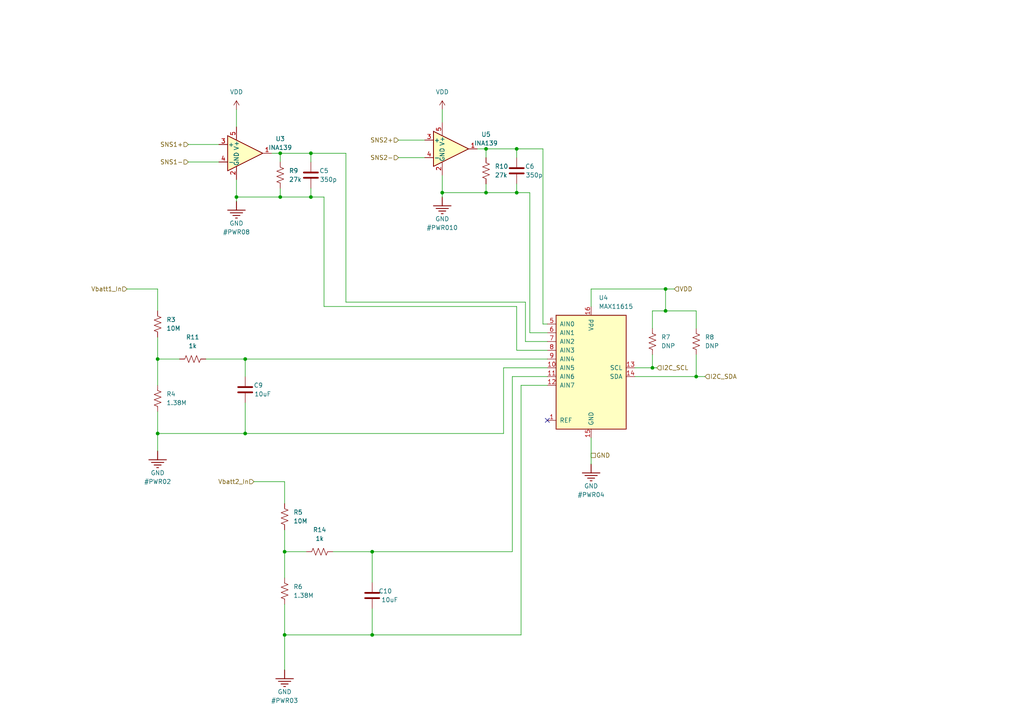
<source format=kicad_sch>
(kicad_sch (version 20230121) (generator eeschema)
  (paper "A4")
  (lib_symbols
    (symbol "Amplifier_Current:INA139" (pin_names (offset 0.127))
      (property "Reference" "U" (at 3.81 5.08 0))
      (property "Value" "INA139" (at 3.81 2.54 0))
      (symbol "INA139_0_1"
        (polyline (pts (xy -5.08 5.08) (xy 5.08 0) (xy -5.08 -5.08) (xy -5.08 5.08)) (stroke (width 0.254)) (fill (type background)))
      )
      (symbol "INA139_1_1"
        (pin output line (at 7.62 0 180) (length 2.54) (name "~") (number "1"))
        (pin power_in line (at -2.54 -7.62 90) (length 3.81) (name "GND") (number "2"))
        (pin input line (at -7.62 2.54 0) (length 2.54) (name "+") (number "3"))
        (pin input line (at -7.62 -2.54 0) (length 2.54) (name "-") (number "4"))
        (pin power_in line (at -2.54 7.62 270) (length 3.81) (name "V+") (number "5"))
      )
    )
    (symbol "Analog_ADC:MAX11615" (pin_names (offset 1.016))
      (property "Reference" "U" (at 11.43 -11.43 0))
      (property "Value" "MAX11615" (at 11.43 -13.97 0))
      (symbol "MAX11615_0_1"
        (rectangle (start -10.16 15.24) (end 10.16 -17.78) (stroke (width 0.254)) (fill (type background)))
      )
      (symbol "MAX11615_1_1"
        (pin input line (at -12.7 -15.24 0) (length 2.54) (name "REF") (number "1"))
        (pin input line (at -12.7 0 0) (length 2.54) (name "AIN5") (number "10"))
        (pin input line (at -12.7 -2.54 0) (length 2.54) (name "AIN6") (number "11"))
        (pin input line (at -12.7 -5.08 0) (length 2.54) (name "AIN7") (number "12"))
        (pin input line (at 12.7 0 180) (length 2.54) (name "SCL") (number "13"))
        (pin bidirectional line (at 12.7 -2.54 180) (length 2.54) (name "SDA") (number "14"))
        (pin power_in line (at 0 -20.32 90) (length 2.54) (name "GND") (number "15"))
        (pin power_in line (at 0 17.78 270) (length 2.54) (name "Vdd") (number "16"))
        (pin no_connect line (at -10.16 -12.7 0) (length 2.54) hide (name "NC") (number "2"))
        (pin no_connect line (at -10.16 -10.16 0) (length 2.54) hide (name "NC") (number "3"))
        (pin no_connect line (at -10.16 -7.62 0) (length 2.54) hide (name "NC") (number "4"))
        (pin input line (at -12.7 12.7 0) (length 2.54) (name "AIN0") (number "5"))
        (pin input line (at -12.7 10.16 0) (length 2.54) (name "AIN1") (number "6"))
        (pin input line (at -12.7 7.62 0) (length 2.54) (name "AIN2") (number "7"))
        (pin input line (at -12.7 5.08 0) (length 2.54) (name "AIN3") (number "8"))
        (pin input line (at -12.7 2.54 0) (length 2.54) (name "AIN4") (number "9"))
      )
    )
    (symbol "Device:C" (pin_numbers hide) (pin_names (offset 0.254))
      (property "Reference" "C" (at 0.635 2.54 0))
      (property "Value" "C" (at 0.635 -2.54 0))
      (symbol "C_0_1"
        (polyline (pts (xy -2.032 -0.762) (xy 2.032 -0.762)) (stroke (width 0.508)))
        (polyline (pts (xy -2.032 0.762) (xy 2.032 0.762)) (stroke (width 0.508)))
      )
      (symbol "C_1_1"
        (pin passive line (at 0 3.81 270) (length 2.794) (name "~") (number "1"))
        (pin passive line (at 0 -3.81 90) (length 2.794) (name "~") (number "2"))
      )
    )
    (symbol "Device:R_US" (pin_numbers hide) (pin_names (offset 0))
      (property "Reference" "R" (at 2.54 0 90))
      (property "Value" "R_US" (at -2.54 0 90))
      (symbol "R_US_0_1"
        (polyline (pts (xy 0 -2.286) (xy 0 -2.54)))
        (polyline (pts (xy 0 2.286) (xy 0 2.54)))
        (polyline (pts (xy 0 -0.762) (xy 1.016 -1.143) (xy 0 -1.524) (xy -1.016 -1.905) (xy 0 -2.286)))
        (polyline (pts (xy 0 0.762) (xy 1.016 0.381) (xy 0 0) (xy -1.016 -0.381) (xy 0 -0.762)))
        (polyline (pts (xy 0 2.286) (xy 1.016 1.905) (xy 0 1.524) (xy -1.016 1.143) (xy 0 0.762)))
      )
      (symbol "R_US_1_1"
        (pin passive line (at 0 3.81 270) (length 1.27) (name "~") (number "1"))
        (pin passive line (at 0 -3.81 90) (length 1.27) (name "~") (number "2"))
      )
    )
    (symbol "Load Ballancing Circuit-altium-import:GND" (power)
      (property "Reference" "#PWR" (at 0 0 0))
      (property "Value" "GND" (at 0 6.35 0))
      (symbol "GND_0_0"
        (polyline (pts (xy -2.54 -2.54) (xy 2.54 -2.54)) (stroke (width 0.254)))
        (polyline (pts (xy -1.778 -3.302) (xy 1.778 -3.302)) (stroke (width 0.254)))
        (polyline (pts (xy -1.016 -4.064) (xy 1.016 -4.064)) (stroke (width 0.254)))
        (polyline (pts (xy -0.254 -4.826) (xy 0.254 -4.826)) (stroke (width 0.254)))
        (polyline (pts (xy 0 0) (xy 0 -2.54)) (stroke (width 0.254)))
        (pin power_in line (at 0 0 0) (length 0) hide (name "GND") (number ""))
      )
    )
    (symbol "power:VDD" (power) (pin_names (offset 0))
      (property "Value" "VDD" (at 0 3.81 0))
      (symbol "VDD_0_1"
        (polyline (pts (xy -0.762 1.27) (xy 0 2.54)))
        (polyline (pts (xy 0 0) (xy 0 2.54)))
        (polyline (pts (xy 0 2.54) (xy 0.762 1.27)))
      )
      (symbol "VDD_1_1"
        (pin power_in line (at 0 0 90) (length 0) hide (name "VDD") (number "1"))
      )
    )
  )
  (junction (at 128.27 55.88))
  (junction (at 149.86 55.88))
  (junction (at 189.23 106.68))
  (junction (at 68.58 57.15))
  (junction (at 81.28 44.45))
  (junction (at 82.55 160.02))
  (junction (at 45.72 104.14))
  (junction (at 107.95 184.15))
  (junction (at 81.28 57.15))
  (junction (at 193.04 90.17))
  (junction (at 140.97 43.18))
  (junction (at 82.55 184.15))
  (junction (at 90.17 44.45))
  (junction (at 71.12 104.14))
  (junction (at 45.72 125.73))
  (junction (at 107.95 160.02))
  (junction (at 140.97 55.88))
  (junction (at 71.12 125.73))
  (junction (at 149.86 43.18))
  (junction (at 90.17 57.15))
  (junction (at 201.93 109.22))
  (junction (at 193.04 83.82))
  (no_connect (at 158.75 121.92))
  (wire (pts (xy 73.66 139.7) (xy 82.55 139.7)))
  (wire (pts (xy 45.72 125.73) (xy 45.72 130.81)))
  (wire (pts (xy 158.75 106.68) (xy 146.05 106.68)))
  (wire (pts (xy 201.93 109.22) (xy 204.47 109.22)))
  (wire (pts (xy 171.45 127) (xy 171.45 134.62)))
  (wire (pts (xy 193.04 83.82) (xy 171.45 83.82)))
  (wire (pts (xy 107.95 160.02) (xy 107.95 168.91)))
  (wire (pts (xy 151.13 184.15) (xy 151.13 111.76)))
  (wire (pts (xy 189.23 106.68) (xy 190.5 106.68)))
  (wire (pts (xy 45.72 90.17) (xy 45.72 83.82)))
  (wire (pts (xy 36.83 83.82) (xy 45.72 83.82)))
  (wire (pts (xy 82.55 184.15) (xy 107.95 184.15)))
  (wire (pts (xy 128.27 31.75) (xy 128.27 35.56)))
  (wire (pts (xy 115.57 45.72) (xy 123.19 45.72)))
  (wire (pts (xy 68.58 57.15) (xy 68.58 52.07)))
  (wire (pts (xy 82.55 146.05) (xy 82.55 139.7)))
  (wire (pts (xy 157.48 43.18) (xy 157.48 93.98)))
  (wire (pts (xy 149.86 53.34) (xy 149.86 55.88)))
  (wire (pts (xy 71.12 104.14) (xy 158.75 104.14)))
  (wire (pts (xy 68.58 58.42) (xy 68.58 57.15)))
  (wire (pts (xy 93.98 57.15) (xy 93.98 88.9)))
  (wire (pts (xy 149.86 101.6) (xy 149.86 88.9)))
  (wire (pts (xy 100.33 87.63) (xy 152.4 87.63)))
  (wire (pts (xy 90.17 44.45) (xy 100.33 44.45)))
  (wire (pts (xy 54.61 41.91) (xy 63.5 41.91)))
  (wire (pts (xy 90.17 57.15) (xy 93.98 57.15)))
  (wire (pts (xy 152.4 87.63) (xy 152.4 99.06)))
  (wire (pts (xy 78.74 44.45) (xy 81.28 44.45)))
  (wire (pts (xy 90.17 54.61) (xy 90.17 57.15)))
  (wire (pts (xy 115.57 40.64) (xy 123.19 40.64)))
  (wire (pts (xy 193.04 83.82) (xy 193.04 90.17)))
  (wire (pts (xy 189.23 102.87) (xy 189.23 106.68)))
  (wire (pts (xy 146.05 125.73) (xy 146.05 106.68)))
  (wire (pts (xy 148.59 160.02) (xy 148.59 109.22)))
  (wire (pts (xy 107.95 184.15) (xy 151.13 184.15)))
  (wire (pts (xy 59.69 104.14) (xy 71.12 104.14)))
  (wire (pts (xy 81.28 54.61) (xy 81.28 57.15)))
  (wire (pts (xy 128.27 57.15) (xy 128.27 55.88)))
  (wire (pts (xy 189.23 90.17) (xy 193.04 90.17)))
  (wire (pts (xy 82.55 184.15) (xy 82.55 194.31)))
  (wire (pts (xy 68.58 57.15) (xy 81.28 57.15)))
  (wire (pts (xy 45.72 104.14) (xy 45.72 111.76)))
  (wire (pts (xy 140.97 53.34) (xy 140.97 55.88)))
  (wire (pts (xy 152.4 99.06) (xy 158.75 99.06)))
  (wire (pts (xy 189.23 106.68) (xy 184.15 106.68)))
  (wire (pts (xy 128.27 55.88) (xy 140.97 55.88)))
  (wire (pts (xy 148.59 109.22) (xy 158.75 109.22)))
  (wire (pts (xy 54.61 46.99) (xy 63.5 46.99)))
  (wire (pts (xy 149.86 43.18) (xy 149.86 45.72)))
  (wire (pts (xy 82.55 175.26) (xy 82.55 184.15)))
  (wire (pts (xy 45.72 104.14) (xy 52.07 104.14)))
  (wire (pts (xy 140.97 43.18) (xy 149.86 43.18)))
  (wire (pts (xy 201.93 90.17) (xy 201.93 95.25)))
  (wire (pts (xy 90.17 44.45) (xy 90.17 46.99)))
  (wire (pts (xy 140.97 43.18) (xy 138.43 43.18)))
  (wire (pts (xy 149.86 43.18) (xy 157.48 43.18)))
  (wire (pts (xy 81.28 44.45) (xy 81.28 46.99)))
  (wire (pts (xy 189.23 95.25) (xy 189.23 90.17)))
  (wire (pts (xy 149.86 55.88) (xy 153.67 55.88)))
  (wire (pts (xy 140.97 55.88) (xy 149.86 55.88)))
  (wire (pts (xy 171.45 83.82) (xy 171.45 88.9)))
  (wire (pts (xy 128.27 55.88) (xy 128.27 50.8)))
  (wire (pts (xy 81.28 57.15) (xy 90.17 57.15)))
  (wire (pts (xy 45.72 119.38) (xy 45.72 125.73)))
  (wire (pts (xy 158.75 111.76) (xy 151.13 111.76)))
  (wire (pts (xy 184.15 109.22) (xy 201.93 109.22)))
  (wire (pts (xy 82.55 160.02) (xy 82.55 167.64)))
  (wire (pts (xy 107.95 160.02) (xy 148.59 160.02)))
  (wire (pts (xy 100.33 44.45) (xy 100.33 87.63)))
  (wire (pts (xy 158.75 101.6) (xy 149.86 101.6)))
  (wire (pts (xy 71.12 125.73) (xy 146.05 125.73)))
  (wire (pts (xy 71.12 116.84) (xy 71.12 125.73)))
  (wire (pts (xy 157.48 93.98) (xy 158.75 93.98)))
  (wire (pts (xy 81.28 44.45) (xy 90.17 44.45)))
  (wire (pts (xy 71.12 125.73) (xy 45.72 125.73)))
  (wire (pts (xy 45.72 97.79) (xy 45.72 104.14)))
  (wire (pts (xy 193.04 90.17) (xy 201.93 90.17)))
  (wire (pts (xy 96.52 160.02) (xy 107.95 160.02)))
  (wire (pts (xy 107.95 176.53) (xy 107.95 184.15)))
  (wire (pts (xy 201.93 102.87) (xy 201.93 109.22)))
  (wire (pts (xy 193.04 83.82) (xy 195.58 83.82)))
  (wire (pts (xy 82.55 153.67) (xy 82.55 160.02)))
  (wire (pts (xy 68.58 31.75) (xy 68.58 36.83)))
  (wire (pts (xy 153.67 55.88) (xy 153.67 96.52)))
  (wire (pts (xy 93.98 88.9) (xy 149.86 88.9)))
  (wire (pts (xy 153.67 96.52) (xy 158.75 96.52)))
  (wire (pts (xy 71.12 104.14) (xy 71.12 109.22)))
  (wire (pts (xy 82.55 160.02) (xy 88.9 160.02)))
  (wire (pts (xy 140.97 45.72) (xy 140.97 43.18)))
  (hierarchical_label "SNS1-" (shape input) (at 54.61 46.99 180))
  (hierarchical_label "Vbatt1_In" (shape input) (at 36.83 83.82 180))
  (hierarchical_label "I2C_SDA" (shape input) (at 204.47 109.22 0))
  (hierarchical_label "SNS2+" (shape input) (at 115.57 40.64 180))
  (hierarchical_label "GND" (shape passive) (at 171.45 132.08 0))
  (hierarchical_label "SNS1+" (shape input) (at 54.61 41.91 180))
  (hierarchical_label "SNS2-" (shape input) (at 115.57 45.72 180))
  (hierarchical_label "I2C_SCL" (shape input) (at 190.5 106.68 0))
  (hierarchical_label "VDD" (shape input) (at 195.58 83.82 0))
  (hierarchical_label "Vbatt2_In" (shape input) (at 73.66 139.7 180))
  (symbol (lib_id "Device:R_US") (at 92.71 160.02 270) (unit 1)
    (property "Reference" "R14" (at 92.71 153.67 90))
    (property "Value" "1k" (at 92.71 156.21 90))
    (property "Footprint" "Resistor_SMD:R_0805_2012Metric_Pad1.20x1.40mm_HandSolder" (effects hide))
  )
  (symbol (lib_id "Device:C") (at 107.95 172.72 180) (unit 1)
    (property "Reference" "C10" (at 111.76 171.45 0))
    (property "Value" "10uF" (at 113.03 173.99 0))
    (property "Footprint" "Capacitor_SMD:C_0805_2012Metric_Pad1.18x1.45mm_HandSolder" (effects hide))
  )
  (symbol (lib_id "Device:R_US") (at 55.88 104.14 270) (unit 1)
    (property "Reference" "R11" (at 55.88 97.79 90))
    (property "Value" "1k" (at 55.88 100.33 90))
    (property "Footprint" "Resistor_SMD:R_0805_2012Metric_Pad1.20x1.40mm_HandSolder" (effects hide))
  )
  (symbol (lib_id "power:VDD") (at 128.27 31.75 0) (unit 1)
    (property "Reference" "#PWR07" (effects hide))
    (property "Value" "VDD" (at 128.27 26.67 0))
  )
  (symbol (lib_id "Analog_ADC:MAX11615") (at 171.45 106.68 0) (unit 1)
    (property "Reference" "U4" (at 173.6441 86.36 0) (effects (justify left)))
    (property "Value" "MAX11615" (at 173.6441 88.9 0) (effects (justify left)))
    (property "Footprint" "Package_SO:QSOP-16_3.9x4.9mm_P0.635mm" (effects hide))
    (property "Datasheet" "https://datasheets.maximintegrated.com/en/ds/MAX11612-MAX11617.pdf" (effects hide))
  )
  (symbol (lib_id "Device:C") (at 71.12 113.03 180) (unit 1)
    (property "Reference" "C9" (at 74.93 111.76 0))
    (property "Value" "10uF" (at 76.2 114.3 0))
    (property "Footprint" "Capacitor_SMD:C_0805_2012Metric_Pad1.18x1.45mm_HandSolder" (effects hide))
  )
  (symbol (lib_id "Device:R_US") (at 189.23 99.06 180) (unit 1)
    (property "Reference" "R7" (at 191.77 97.79 0) (effects (justify right)))
    (property "Value" "DNP" (at 191.77 100.33 0) (effects (justify right)))
    (property "Footprint" "Resistor_SMD:R_0805_2012Metric_Pad1.20x1.40mm_HandSolder" (effects hide))
  )
  (symbol (lib_id "Amplifier_Current:INA139") (at 130.81 43.18 0) (unit 1)
    (property "Reference" "U5" (at 140.97 38.9891 0))
    (property "Value" "INA139" (at 140.97 41.5291 0))
    (property "Footprint" "Package_TO_SOT_SMD:SOT-23-5" (effects hide))
    (property "Datasheet" "http://www.ti.com/lit/ds/symlink/ina169.pdf" (effects hide))
  )
  (symbol (lib_id "Device:C") (at 90.17 50.8 180) (unit 1)
    (property "Reference" "C5" (at 93.98 49.53 0))
    (property "Value" "350p" (at 95.25 52.07 0))
    (property "Footprint" "Capacitor_SMD:C_0805_2012Metric_Pad1.18x1.45mm_HandSolder" (effects hide))
  )
  (symbol (lib_id "Amplifier_Current:INA139") (at 71.12 44.45 0) (unit 1)
    (property "Reference" "U3" (at 81.28 40.2591 0))
    (property "Value" "INA139" (at 81.28 42.7991 0))
    (property "Footprint" "Package_TO_SOT_SMD:SOT-23-5" (effects hide))
    (property "Datasheet" "http://www.ti.com/lit/ds/symlink/ina169.pdf" (effects hide))
  )
  (symbol (lib_id "Load Ballancing Circuit-altium-import:GND") (at 68.58 58.42 0) (unit 1)
    (property "Reference" "#PWR08" (at 68.58 67.31 0))
    (property "Value" "GND" (at 68.58 64.77 0))
  )
  (symbol (lib_id "Device:R_US") (at 82.55 171.45 0) (unit 1)
    (property "Reference" "R6" (at 85.09 170.18 0) (effects (justify left)))
    (property "Value" "1.38M" (at 85.09 172.72 0) (effects (justify left)))
    (property "Footprint" "Resistor_SMD:R_0805_2012Metric_Pad1.20x1.40mm_HandSolder" (effects hide))
  )
  (symbol (lib_id "Device:R_US") (at 140.97 49.53 180) (unit 1)
    (property "Reference" "R10" (at 143.51 48.26 0) (effects (justify right)))
    (property "Value" "27k" (at 143.51 50.8 0) (effects (justify right)))
    (property "Footprint" "Resistor_SMD:R_0805_2012Metric_Pad1.20x1.40mm_HandSolder" (effects hide))
  )
  (symbol (lib_id "Load Ballancing Circuit-altium-import:GND") (at 45.72 130.81 0) (unit 1)
    (property "Reference" "#PWR02" (at 45.72 139.7 0))
    (property "Value" "GND" (at 45.72 137.16 0))
  )
  (symbol (lib_id "Device:C") (at 149.86 49.53 180) (unit 1)
    (property "Reference" "C6" (at 153.67 48.26 0))
    (property "Value" "350p" (at 154.94 50.8 0))
    (property "Footprint" "Capacitor_SMD:C_0805_2012Metric_Pad1.18x1.45mm_HandSolder" (effects hide))
  )
  (symbol (lib_id "Device:R_US") (at 82.55 149.86 180) (unit 1)
    (property "Reference" "R5" (at 85.09 148.59 0) (effects (justify right)))
    (property "Value" "10M" (at 85.09 151.13 0) (effects (justify right)))
    (property "Footprint" "Resistor_SMD:R_0805_2012Metric_Pad1.20x1.40mm_HandSolder" (effects hide))
  )
  (symbol (lib_id "Load Ballancing Circuit-altium-import:GND") (at 128.27 57.15 0) (unit 1)
    (property "Reference" "#PWR010" (at 128.27 66.04 0))
    (property "Value" "GND" (at 128.27 63.5 0))
  )
  (symbol (lib_id "Load Ballancing Circuit-altium-import:GND") (at 82.55 194.31 0) (unit 1)
    (property "Reference" "#PWR03" (at 82.55 203.2 0))
    (property "Value" "GND" (at 82.55 200.66 0))
  )
  (symbol (lib_id "power:VDD") (at 68.58 31.75 0) (unit 1)
    (property "Reference" "#PWR06" (effects hide))
    (property "Value" "VDD" (at 68.58 26.67 0))
  )
  (symbol (lib_id "Load Ballancing Circuit-altium-import:GND") (at 171.45 134.62 0) (unit 1)
    (property "Reference" "#PWR04" (at 171.45 143.51 0))
    (property "Value" "GND" (at 171.45 140.97 0))
  )
  (symbol (lib_id "Device:R_US") (at 201.93 99.06 180) (unit 1)
    (property "Reference" "R8" (at 204.47 97.79 0) (effects (justify right)))
    (property "Value" "DNP" (at 204.47 100.33 0) (effects (justify right)))
    (property "Footprint" "Resistor_SMD:R_0805_2012Metric_Pad1.20x1.40mm_HandSolder" (effects hide))
  )
  (symbol (lib_id "Device:R_US") (at 81.28 50.8 180) (unit 1)
    (property "Reference" "R9" (at 83.82 49.53 0) (effects (justify right)))
    (property "Value" "27k" (at 83.82 52.07 0) (effects (justify right)))
    (property "Footprint" "Resistor_SMD:R_0805_2012Metric_Pad1.20x1.40mm_HandSolder" (effects hide))
  )
  (symbol (lib_id "Device:R_US") (at 45.72 93.98 180) (unit 1)
    (property "Reference" "R3" (at 48.26 92.71 0) (effects (justify right)))
    (property "Value" "10M" (at 48.26 95.25 0) (effects (justify right)))
    (property "Footprint" "Resistor_SMD:R_0805_2012Metric_Pad1.20x1.40mm_HandSolder" (effects hide))
  )
  (symbol (lib_id "Device:R_US") (at 45.72 115.57 0) (unit 1)
    (property "Reference" "R4" (at 48.26 114.3 0) (effects (justify left)))
    (property "Value" "1.38M" (at 48.26 116.84 0) (effects (justify left)))
    (property "Footprint" "Resistor_SMD:R_0805_2012Metric_Pad1.20x1.40mm_HandSolder" (effects hide))
  )
)
</source>
